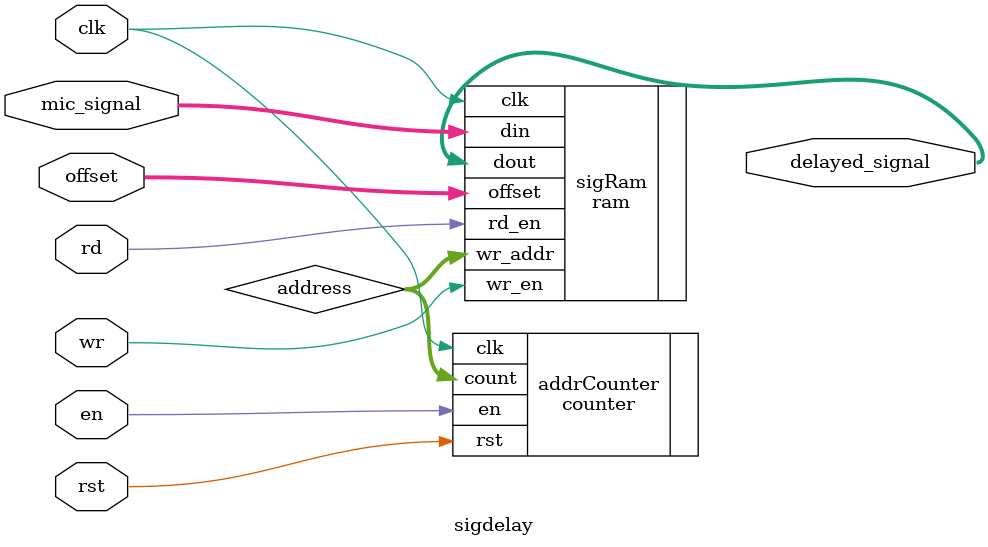
<source format=sv>
module sigdelay #(
    parameter   A_WIDTH = 8,
                D_WIDTH = 8
)(
    input logic                 clk,    
    input logic                 rst,    //counter
    input logic                 en,     //counter
    input logic                 wr,
    input logic                 rd,
    input logic [D_WIDTH-1:0]   mic_signal,
    input logic [D_WIDTH-1:0]   offset, //offset into ram     
    output logic [D_WIDTH-1:0]  delayed_signal //dout for ram
);

    logic [A_WIDTH-1:0]         address; //interconnect wire for counter

counter addrCounter (
    .clk(clk),
    .rst (rst),
    .en (en),
    .count (address)
);

ram sigRam(
    .clk (clk),
    .wr_en (wr),
    .rd_en (rd),
    .wr_addr (address),
    .offset (offset),
    .din (mic_signal),
    .dout (delayed_signal)
);

endmodule

</source>
